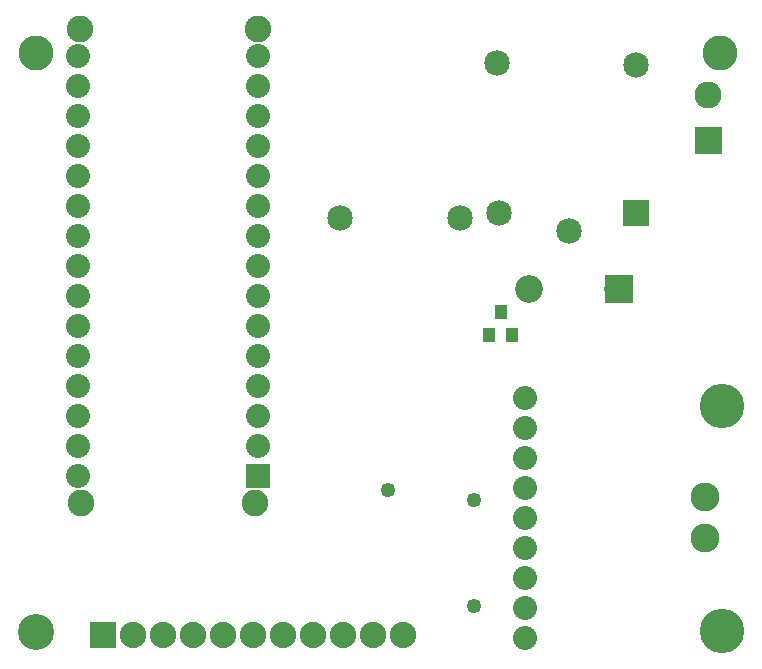
<source format=gts>
G04 MADE WITH FRITZING*
G04 WWW.FRITZING.ORG*
G04 DOUBLE SIDED*
G04 HOLES PLATED*
G04 CONTOUR ON CENTER OF CONTOUR VECTOR*
%ASAXBY*%
%FSLAX23Y23*%
%MOIN*%
%OFA0B0*%
%SFA1.0B1.0*%
%ADD10C,0.092000*%
%ADD11C,0.085000*%
%ADD12C,0.090000*%
%ADD13C,0.088000*%
%ADD14C,0.080000*%
%ADD15C,0.088740*%
%ADD16C,0.049370*%
%ADD17C,0.116299*%
%ADD18C,0.127717*%
%ADD19C,0.120236*%
%ADD20C,0.148425*%
%ADD21C,0.096000*%
%ADD22R,0.092000X0.092000*%
%ADD23R,0.041496X0.045433*%
%ADD24R,0.088000X0.088000*%
%ADD25R,0.079972X0.080000*%
%ADD26R,0.085000X0.085000*%
%ADD27R,0.001000X0.001000*%
%LNMASK1*%
G90*
G70*
G54D10*
X2087Y1282D03*
X1789Y1282D03*
G54D11*
X1560Y1518D03*
X1160Y1518D03*
G54D12*
X2386Y1776D03*
X2386Y1928D03*
X2386Y1776D03*
X2386Y1928D03*
G54D13*
X368Y129D03*
X468Y129D03*
X568Y129D03*
X668Y129D03*
X768Y129D03*
X868Y129D03*
X968Y129D03*
X1068Y129D03*
X1168Y129D03*
X1268Y129D03*
X1368Y129D03*
G54D14*
X886Y658D03*
X886Y758D03*
X886Y858D03*
X886Y958D03*
X886Y1058D03*
X886Y1158D03*
X886Y1258D03*
X886Y1358D03*
X886Y1458D03*
X886Y1558D03*
X886Y1658D03*
X886Y1758D03*
X886Y1858D03*
X886Y1958D03*
X886Y2058D03*
X286Y658D03*
X286Y758D03*
X286Y858D03*
X286Y958D03*
X286Y1058D03*
X286Y1158D03*
X286Y1258D03*
X286Y1358D03*
X286Y1458D03*
X286Y1558D03*
X286Y1658D03*
X286Y1758D03*
X286Y1858D03*
X286Y1958D03*
X286Y2058D03*
G54D15*
X293Y2148D03*
X884Y2148D03*
X296Y568D03*
X876Y568D03*
G54D16*
X1318Y614D03*
G54D17*
X2436Y898D03*
G54D18*
X2426Y148D03*
G54D17*
X2426Y2068D03*
G54D19*
X146Y138D03*
G54D17*
X146Y2068D03*
G54D11*
X2144Y1536D03*
X2144Y2030D03*
X1683Y2035D03*
X1921Y1475D03*
X1688Y1536D03*
G54D16*
X1607Y227D03*
G54D20*
X2431Y893D03*
G54D21*
X2376Y451D03*
G54D20*
X2431Y143D03*
G54D14*
X1776Y118D03*
X1776Y218D03*
X1776Y318D03*
X1776Y418D03*
X1776Y518D03*
X1776Y618D03*
X1776Y718D03*
X1776Y818D03*
X1776Y918D03*
G54D21*
X2376Y589D03*
G54D16*
X1607Y578D03*
G54D22*
X2088Y1282D03*
G54D23*
X1656Y1128D03*
X1731Y1128D03*
X1694Y1206D03*
G54D24*
X368Y129D03*
G54D25*
X886Y658D03*
G54D26*
X2144Y1537D03*
G54D27*
X2341Y1821D02*
X2430Y1821D01*
X2341Y1820D02*
X2430Y1820D01*
X2341Y1819D02*
X2430Y1819D01*
X2341Y1818D02*
X2430Y1818D01*
X2341Y1817D02*
X2430Y1817D01*
X2341Y1816D02*
X2430Y1816D01*
X2341Y1815D02*
X2430Y1815D01*
X2341Y1814D02*
X2430Y1814D01*
X2341Y1813D02*
X2430Y1813D01*
X2341Y1812D02*
X2430Y1812D01*
X2341Y1811D02*
X2430Y1811D01*
X2341Y1810D02*
X2430Y1810D01*
X2341Y1809D02*
X2430Y1809D01*
X2341Y1808D02*
X2430Y1808D01*
X2341Y1807D02*
X2430Y1807D01*
X2341Y1806D02*
X2430Y1806D01*
X2341Y1805D02*
X2430Y1805D01*
X2341Y1804D02*
X2430Y1804D01*
X2341Y1803D02*
X2430Y1803D01*
X2341Y1802D02*
X2430Y1802D01*
X2341Y1801D02*
X2430Y1801D01*
X2341Y1800D02*
X2430Y1800D01*
X2341Y1799D02*
X2430Y1799D01*
X2341Y1798D02*
X2430Y1798D01*
X2341Y1797D02*
X2430Y1797D01*
X2341Y1796D02*
X2430Y1796D01*
X2341Y1795D02*
X2381Y1795D01*
X2390Y1795D02*
X2430Y1795D01*
X2341Y1794D02*
X2377Y1794D01*
X2393Y1794D02*
X2430Y1794D01*
X2341Y1793D02*
X2376Y1793D01*
X2395Y1793D02*
X2430Y1793D01*
X2341Y1792D02*
X2374Y1792D01*
X2397Y1792D02*
X2430Y1792D01*
X2341Y1791D02*
X2373Y1791D01*
X2398Y1791D02*
X2430Y1791D01*
X2341Y1790D02*
X2372Y1790D01*
X2399Y1790D02*
X2430Y1790D01*
X2341Y1789D02*
X2371Y1789D01*
X2400Y1789D02*
X2430Y1789D01*
X2341Y1788D02*
X2370Y1788D01*
X2401Y1788D02*
X2430Y1788D01*
X2341Y1787D02*
X2369Y1787D01*
X2401Y1787D02*
X2430Y1787D01*
X2341Y1786D02*
X2369Y1786D01*
X2402Y1786D02*
X2430Y1786D01*
X2341Y1785D02*
X2368Y1785D01*
X2403Y1785D02*
X2430Y1785D01*
X2341Y1784D02*
X2367Y1784D01*
X2403Y1784D02*
X2430Y1784D01*
X2341Y1783D02*
X2367Y1783D01*
X2403Y1783D02*
X2430Y1783D01*
X2341Y1782D02*
X2367Y1782D01*
X2404Y1782D02*
X2430Y1782D01*
X2341Y1781D02*
X2367Y1781D01*
X2404Y1781D02*
X2430Y1781D01*
X2341Y1780D02*
X2366Y1780D01*
X2404Y1780D02*
X2430Y1780D01*
X2341Y1779D02*
X2366Y1779D01*
X2404Y1779D02*
X2430Y1779D01*
X2341Y1778D02*
X2366Y1778D01*
X2404Y1778D02*
X2430Y1778D01*
X2341Y1777D02*
X2366Y1777D01*
X2404Y1777D02*
X2430Y1777D01*
X2341Y1776D02*
X2366Y1776D01*
X2404Y1776D02*
X2430Y1776D01*
X2341Y1775D02*
X2366Y1775D01*
X2404Y1775D02*
X2430Y1775D01*
X2341Y1774D02*
X2366Y1774D01*
X2404Y1774D02*
X2430Y1774D01*
X2341Y1773D02*
X2367Y1773D01*
X2404Y1773D02*
X2430Y1773D01*
X2341Y1772D02*
X2367Y1772D01*
X2404Y1772D02*
X2430Y1772D01*
X2341Y1771D02*
X2367Y1771D01*
X2403Y1771D02*
X2430Y1771D01*
X2341Y1770D02*
X2367Y1770D01*
X2403Y1770D02*
X2430Y1770D01*
X2341Y1769D02*
X2368Y1769D01*
X2403Y1769D02*
X2430Y1769D01*
X2341Y1768D02*
X2368Y1768D01*
X2402Y1768D02*
X2430Y1768D01*
X2341Y1767D02*
X2369Y1767D01*
X2402Y1767D02*
X2430Y1767D01*
X2341Y1766D02*
X2370Y1766D01*
X2401Y1766D02*
X2430Y1766D01*
X2341Y1765D02*
X2370Y1765D01*
X2400Y1765D02*
X2430Y1765D01*
X2341Y1764D02*
X2371Y1764D01*
X2399Y1764D02*
X2430Y1764D01*
X2341Y1763D02*
X2372Y1763D01*
X2398Y1763D02*
X2430Y1763D01*
X2341Y1762D02*
X2374Y1762D01*
X2397Y1762D02*
X2430Y1762D01*
X2341Y1761D02*
X2375Y1761D01*
X2396Y1761D02*
X2430Y1761D01*
X2341Y1760D02*
X2377Y1760D01*
X2394Y1760D02*
X2430Y1760D01*
X2341Y1759D02*
X2380Y1759D01*
X2391Y1759D02*
X2430Y1759D01*
X2341Y1758D02*
X2430Y1758D01*
X2341Y1757D02*
X2430Y1757D01*
X2341Y1756D02*
X2430Y1756D01*
X2341Y1755D02*
X2430Y1755D01*
X2341Y1754D02*
X2430Y1754D01*
X2341Y1753D02*
X2430Y1753D01*
X2341Y1752D02*
X2430Y1752D01*
X2341Y1751D02*
X2430Y1751D01*
X2341Y1750D02*
X2430Y1750D01*
X2341Y1749D02*
X2430Y1749D01*
X2341Y1748D02*
X2430Y1748D01*
X2341Y1747D02*
X2430Y1747D01*
X2341Y1746D02*
X2430Y1746D01*
X2341Y1745D02*
X2430Y1745D01*
X2341Y1744D02*
X2430Y1744D01*
X2341Y1743D02*
X2430Y1743D01*
X2341Y1742D02*
X2430Y1742D01*
X2341Y1741D02*
X2430Y1741D01*
X2341Y1740D02*
X2430Y1740D01*
X2341Y1739D02*
X2430Y1739D01*
X2341Y1738D02*
X2430Y1738D01*
X2341Y1737D02*
X2430Y1737D01*
X2341Y1736D02*
X2430Y1736D01*
X2341Y1735D02*
X2430Y1735D01*
X2341Y1734D02*
X2430Y1734D01*
X2341Y1733D02*
X2430Y1733D01*
X2341Y1732D02*
X2429Y1732D01*
D02*
G04 End of Mask1*
M02*
</source>
